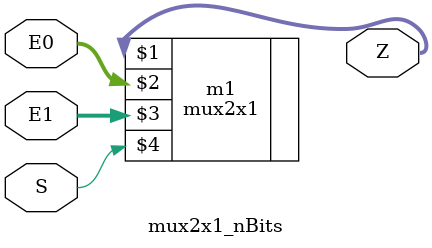
<source format=sv>
module mux2x1_nBits	#(parameter bits = 32)(input logic [bits-1:0] E0, E1,
														  input logic S,
														  output logic [bits-1:0] Z);

	genvar i;
	generate

			mux2x1 m1(Z, E0, E1, S);

	endgenerate

endmodule
</source>
